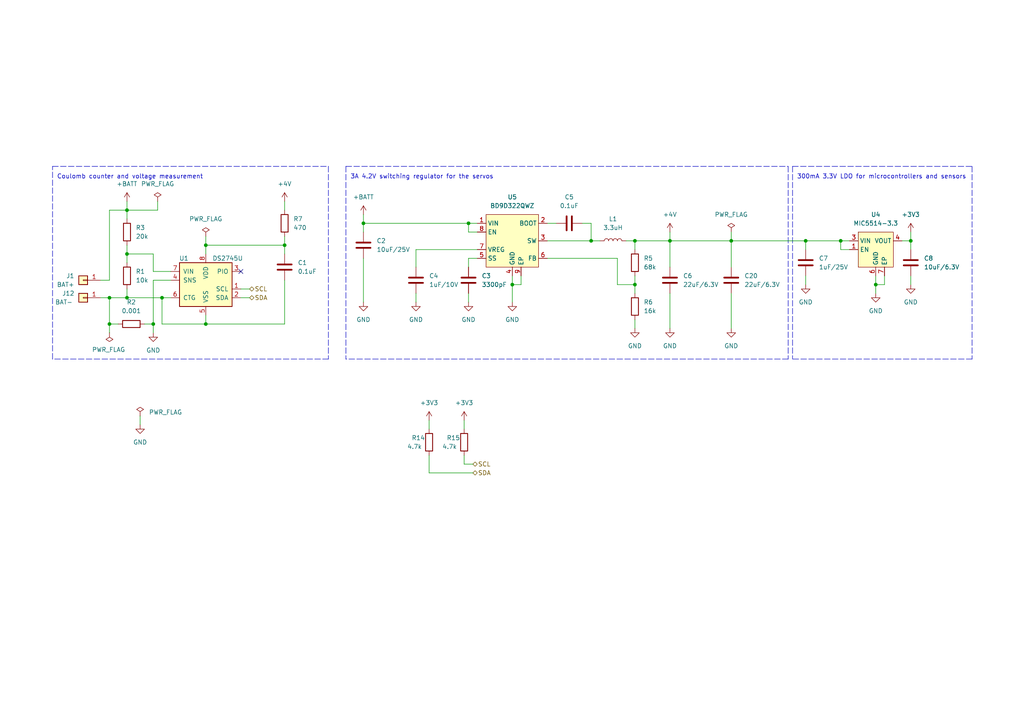
<source format=kicad_sch>
(kicad_sch (version 20210621) (generator eeschema)
  (paper "A4")
  (lib_symbols
    (symbol "Battery_Management:DS2745U" (pin_names (offset 1.016))
      (property "Reference" "U" (at -6.096 6.604 0))
      (property "Value" "DS2745U" (at 1.27 6.604 0))
      (symbol "DS2745U_0_1"
        (rectangle (start -7.62 5.08) (end 7.62 -7.62) (stroke (width 0.254)) (fill (type background)))
      )
      (symbol "DS2745U_1_1"
        (pin input line (at -10.16 -2.54 0) (length 2.54) (name "SCL") (number "1"))
        (pin bidirectional line (at -10.16 -5.08 0) (length 2.54) (name "SDA") (number "2"))
        (pin open_collector line (at -10.16 2.54 0) (length 2.54) (name "PIO") (number "3"))
        (pin input line (at 10.16 0 180) (length 2.54) (name "SNS") (number "4"))
        (pin power_in line (at 0 -10.16 90) (length 2.54) (name "VSS") (number "5"))
        (pin input line (at 10.16 -5.08 180) (length 2.54) (name "CTG") (number "6"))
        (pin input line (at 10.16 2.54 180) (length 2.54) (name "VIN") (number "7"))
        (pin power_in line (at 0 7.62 270) (length 2.54) (name "VDD") (number "8"))
      )
    )
    (symbol "Connector_Generic:Conn_01x01" (pin_names (offset 1.016) hide)
      (property "Reference" "J" (at 0 2.54 0))
      (property "Value" "Conn_01x01" (at 0 -2.54 0))
      (symbol "Conn_01x01_1_1"
        (rectangle (start -1.27 0.127) (end 0 -0.127) (stroke (width 0.1524)))
        (rectangle (start -1.27 1.27) (end 1.27 -1.27) (stroke (width 0.254)) (fill (type background)))
        (pin passive line (at -5.08 0 0) (length 3.81) (name "Pin_1") (number "1"))
      )
    )
    (symbol "Device:C" (pin_numbers hide) (pin_names (offset 0.254))
      (property "Reference" "C" (at 0.635 2.54 0))
      (property "Value" "C" (at 0.635 -2.54 0))
      (symbol "C_0_1"
        (polyline (pts (xy -2.032 -0.762) (xy 2.032 -0.762)) (stroke (width 0.508)))
        (polyline (pts (xy -2.032 0.762) (xy 2.032 0.762)) (stroke (width 0.508)))
      )
      (symbol "C_1_1"
        (pin passive line (at 0 3.81 270) (length 2.794) (name "~") (number "1"))
        (pin passive line (at 0 -3.81 90) (length 2.794) (name "~") (number "2"))
      )
    )
    (symbol "Device:L" (pin_numbers hide) (pin_names (offset 1.016) hide)
      (property "Reference" "L" (at -1.27 0 90))
      (property "Value" "L" (at 1.905 0 90))
      (symbol "L_0_1"
        (arc (start 0 -2.54) (end 0 -1.27) (radius (at 0 -1.905) (length 0.635) (angles -89.9 89.9)))
        (arc (start 0 -1.27) (end 0 0) (radius (at 0 -0.635) (length 0.635) (angles -89.9 89.9)))
        (arc (start 0 0) (end 0 1.27) (radius (at 0 0.635) (length 0.635) (angles -89.9 89.9)))
        (arc (start 0 1.27) (end 0 2.54) (radius (at 0 1.905) (length 0.635) (angles -89.9 89.9)))
      )
      (symbol "L_1_1"
        (pin passive line (at 0 3.81 270) (length 1.27) (name "1") (number "1"))
        (pin passive line (at 0 -3.81 90) (length 1.27) (name "2") (number "2"))
      )
    )
    (symbol "Device:R" (pin_numbers hide) (pin_names (offset 0))
      (property "Reference" "R" (at 2.032 0 90))
      (property "Value" "R" (at 0 0 90))
      (symbol "R_0_1"
        (rectangle (start -1.016 -2.54) (end 1.016 2.54) (stroke (width 0.254)))
      )
      (symbol "R_1_1"
        (pin passive line (at 0 3.81 270) (length 1.27) (name "~") (number "1"))
        (pin passive line (at 0 -3.81 90) (length 1.27) (name "~") (number "2"))
      )
    )
    (symbol "flightcontroller-symbols:BD9D322QWZ"
      (property "Reference" "U" (at -6.35 8.89 0))
      (property "Value" "BD9D322QWZ" (at 3.81 8.89 0))
      (symbol "BD9D322QWZ_0_1"
        (rectangle (start -7.62 7.62) (end 7.62 -7.62) (stroke (width 0.1524)) (fill (type background)))
      )
      (symbol "BD9D322QWZ_1_1"
        (pin power_in line (at -10.16 5.08 0) (length 2.54) (name "VIN") (number "1"))
        (pin passive line (at 10.16 5.08 180) (length 2.54) (name "BOOT") (number "2"))
        (pin output line (at 10.16 0 180) (length 2.54) (name "SW") (number "3"))
        (pin power_in line (at 0 -10.16 90) (length 2.54) (name "GND") (number "4"))
        (pin passive line (at -10.16 -5.08 0) (length 2.54) (name "SS") (number "5"))
        (pin input line (at 10.16 -5.08 180) (length 2.54) (name "FB") (number "6"))
        (pin power_out line (at -10.16 -2.54 0) (length 2.54) (name "VREG") (number "7"))
        (pin input line (at -10.16 2.54 0) (length 2.54) (name "EN") (number "8"))
        (pin input line (at 2.54 -10.16 90) (length 2.54) (name "EP") (number "9"))
      )
    )
    (symbol "flightcontroller-symbols:MIC5514-3.3"
      (property "Reference" "U" (at -3.81 6.35 0))
      (property "Value" "MIC5514-3.3" (at 5.08 6.35 0))
      (symbol "MIC5514-3.3_0_1"
        (rectangle (start -5.08 5.08) (end 5.08 -5.08) (stroke (width 0.1524)) (fill (type background)))
      )
      (symbol "MIC5514-3.3_1_1"
        (pin input line (at -7.62 0 0) (length 2.54) (name "EN") (number "1"))
        (pin no_connect line (at 7.62 -2.54 180) (length 2.54) hide (name "NC") (number "2"))
        (pin power_in line (at -7.62 2.54 0) (length 2.54) (name "VIN") (number "3"))
        (pin power_out line (at 7.62 2.54 180) (length 2.54) (name "VOUT") (number "4"))
        (pin no_connect line (at 7.62 0 180) (length 2.54) hide (name "NC") (number "5"))
        (pin power_in line (at 0 -7.62 90) (length 2.54) (name "GND") (number "6"))
        (pin passive line (at 2.54 -7.62 90) (length 2.54) (name "EP") (number "7"))
      )
    )
    (symbol "power:+3.3V" (power) (pin_names (offset 0))
      (property "Value" "+3.3V" (at 0 3.556 0))
      (symbol "+3.3V_0_1"
        (polyline (pts (xy -0.762 1.27) (xy 0 2.54)))
        (polyline (pts (xy 0 0) (xy 0 2.54)))
        (polyline (pts (xy 0 2.54) (xy 0.762 1.27)))
      )
      (symbol "+3.3V_1_1"
        (pin power_in line (at 0 0 90) (length 0) hide (name "+3V3") (number "1"))
      )
    )
    (symbol "power:+4V" (power) (pin_names (offset 0))
      (property "Value" "+4V" (at 0 3.556 0))
      (symbol "+4V_0_1"
        (polyline (pts (xy -0.762 1.27) (xy 0 2.54)))
        (polyline (pts (xy 0 0) (xy 0 2.54)))
        (polyline (pts (xy 0 2.54) (xy 0.762 1.27)))
      )
      (symbol "+4V_1_1"
        (pin power_in line (at 0 0 90) (length 0) hide (name "+4V") (number "1"))
      )
    )
    (symbol "power:+BATT" (power) (pin_names (offset 0))
      (property "Value" "+BATT" (at 0 3.556 0))
      (symbol "+BATT_0_1"
        (polyline (pts (xy -0.762 1.27) (xy 0 2.54)))
        (polyline (pts (xy 0 0) (xy 0 2.54)))
        (polyline (pts (xy 0 2.54) (xy 0.762 1.27)))
      )
      (symbol "+BATT_1_1"
        (pin power_in line (at 0 0 90) (length 0) hide (name "+BATT") (number "1"))
      )
    )
    (symbol "power:GND" (power) (pin_names (offset 0))
      (property "Value" "GND" (at 0 -3.81 0))
      (symbol "GND_0_1"
        (polyline (pts (xy 0 0) (xy 0 -1.27) (xy 1.27 -1.27) (xy 0 -2.54) (xy -1.27 -1.27) (xy 0 -1.27)))
      )
      (symbol "GND_1_1"
        (pin power_in line (at 0 0 270) (length 0) hide (name "GND") (number "1"))
      )
    )
    (symbol "power:PWR_FLAG" (power) (pin_numbers hide) (pin_names (offset 0) hide)
      (property "Value" "PWR_FLAG" (at 0 3.81 0))
      (symbol "PWR_FLAG_0_0"
        (pin power_out line (at 0 0 90) (length 0) (name "pwr") (number "1"))
      )
      (symbol "PWR_FLAG_0_1"
        (polyline (pts (xy 0 0) (xy 0 1.27) (xy -1.016 1.905) (xy 0 2.54) (xy 1.016 1.905) (xy 0 1.27)))
      )
    )
  )
  (junction (at 31.75 86.36) (diameter 0.9144))
  (junction (at 31.75 93.98) (diameter 0.9144))
  (junction (at 36.83 60.96) (diameter 0.9144))
  (junction (at 36.83 73.66) (diameter 0.9144))
  (junction (at 36.83 86.36) (diameter 0.9144))
  (junction (at 44.45 93.98) (diameter 0.9144))
  (junction (at 46.99 86.36) (diameter 0.9144))
  (junction (at 59.69 71.12) (diameter 0.9144))
  (junction (at 59.69 93.98) (diameter 0.9144))
  (junction (at 82.55 71.12) (diameter 0.9144))
  (junction (at 105.41 64.77) (diameter 0.9144))
  (junction (at 135.89 64.77) (diameter 0.9144))
  (junction (at 148.59 82.55) (diameter 0.9144))
  (junction (at 171.45 69.85) (diameter 0.9144))
  (junction (at 184.15 69.85) (diameter 0.9144))
  (junction (at 184.15 82.55) (diameter 0.9144))
  (junction (at 194.31 69.85) (diameter 0.9144))
  (junction (at 212.09 69.85) (diameter 0.9144))
  (junction (at 233.68 69.85) (diameter 0.9144))
  (junction (at 243.84 69.85) (diameter 0.9144))
  (junction (at 254 82.55) (diameter 0.9144))
  (junction (at 264.16 69.85) (diameter 0.9144))
  (no_connect (at 69.85 78.74))
  (wire (pts (xy 29.21 81.28) (xy 31.75 81.28)))
  (wire (pts (xy 29.21 86.36) (xy 31.75 86.36)))
  (wire (pts (xy 31.75 60.96) (xy 36.83 60.96)))
  (wire (pts (xy 31.75 81.28) (xy 31.75 60.96)))
  (wire (pts (xy 31.75 86.36) (xy 31.75 93.98)))
  (wire (pts (xy 31.75 86.36) (xy 36.83 86.36)))
  (wire (pts (xy 31.75 93.98) (xy 31.75 96.52)))
  (wire (pts (xy 31.75 93.98) (xy 34.29 93.98)))
  (wire (pts (xy 36.83 58.42) (xy 36.83 60.96)))
  (wire (pts (xy 36.83 63.5) (xy 36.83 60.96)))
  (wire (pts (xy 36.83 71.12) (xy 36.83 73.66)))
  (wire (pts (xy 36.83 73.66) (xy 36.83 76.2)))
  (wire (pts (xy 36.83 83.82) (xy 36.83 86.36)))
  (wire (pts (xy 36.83 86.36) (xy 46.99 86.36)))
  (wire (pts (xy 40.64 120.65) (xy 40.64 123.19)))
  (wire (pts (xy 41.91 93.98) (xy 44.45 93.98)))
  (wire (pts (xy 44.45 73.66) (xy 36.83 73.66)))
  (wire (pts (xy 44.45 78.74) (xy 44.45 73.66)))
  (wire (pts (xy 44.45 81.28) (xy 44.45 93.98)))
  (wire (pts (xy 44.45 93.98) (xy 44.45 96.52)))
  (wire (pts (xy 45.72 58.42) (xy 45.72 60.96)))
  (wire (pts (xy 45.72 60.96) (xy 36.83 60.96)))
  (wire (pts (xy 46.99 86.36) (xy 49.53 86.36)))
  (wire (pts (xy 46.99 93.98) (xy 46.99 86.36)))
  (wire (pts (xy 49.53 78.74) (xy 44.45 78.74)))
  (wire (pts (xy 49.53 81.28) (xy 44.45 81.28)))
  (wire (pts (xy 59.69 68.58) (xy 59.69 71.12)))
  (wire (pts (xy 59.69 73.66) (xy 59.69 71.12)))
  (wire (pts (xy 59.69 91.44) (xy 59.69 93.98)))
  (wire (pts (xy 59.69 93.98) (xy 46.99 93.98)))
  (wire (pts (xy 69.85 83.82) (xy 72.39 83.82)))
  (wire (pts (xy 69.85 86.36) (xy 72.39 86.36)))
  (wire (pts (xy 82.55 58.42) (xy 82.55 60.96)))
  (wire (pts (xy 82.55 68.58) (xy 82.55 71.12)))
  (wire (pts (xy 82.55 71.12) (xy 59.69 71.12)))
  (wire (pts (xy 82.55 73.66) (xy 82.55 71.12)))
  (wire (pts (xy 82.55 81.28) (xy 82.55 93.98)))
  (wire (pts (xy 82.55 93.98) (xy 59.69 93.98)))
  (wire (pts (xy 105.41 62.23) (xy 105.41 64.77)))
  (wire (pts (xy 105.41 64.77) (xy 105.41 67.31)))
  (wire (pts (xy 105.41 64.77) (xy 135.89 64.77)))
  (wire (pts (xy 105.41 74.93) (xy 105.41 87.63)))
  (wire (pts (xy 120.65 72.39) (xy 138.43 72.39)))
  (wire (pts (xy 120.65 77.47) (xy 120.65 72.39)))
  (wire (pts (xy 120.65 85.09) (xy 120.65 87.63)))
  (wire (pts (xy 124.46 121.92) (xy 124.46 124.46)))
  (wire (pts (xy 124.46 137.16) (xy 124.46 132.08)))
  (wire (pts (xy 134.62 121.92) (xy 134.62 124.46)))
  (wire (pts (xy 134.62 134.62) (xy 134.62 132.08)))
  (wire (pts (xy 135.89 64.77) (xy 138.43 64.77)))
  (wire (pts (xy 135.89 67.31) (xy 135.89 64.77)))
  (wire (pts (xy 135.89 74.93) (xy 135.89 77.47)))
  (wire (pts (xy 135.89 85.09) (xy 135.89 87.63)))
  (wire (pts (xy 137.16 134.62) (xy 134.62 134.62)))
  (wire (pts (xy 137.16 137.16) (xy 124.46 137.16)))
  (wire (pts (xy 138.43 67.31) (xy 135.89 67.31)))
  (wire (pts (xy 138.43 74.93) (xy 135.89 74.93)))
  (wire (pts (xy 148.59 80.01) (xy 148.59 82.55)))
  (wire (pts (xy 148.59 82.55) (xy 148.59 87.63)))
  (wire (pts (xy 151.13 80.01) (xy 151.13 82.55)))
  (wire (pts (xy 151.13 82.55) (xy 148.59 82.55)))
  (wire (pts (xy 158.75 64.77) (xy 161.29 64.77)))
  (wire (pts (xy 158.75 69.85) (xy 171.45 69.85)))
  (wire (pts (xy 158.75 74.93) (xy 179.07 74.93)))
  (wire (pts (xy 168.91 64.77) (xy 171.45 64.77)))
  (wire (pts (xy 171.45 64.77) (xy 171.45 69.85)))
  (wire (pts (xy 171.45 69.85) (xy 173.99 69.85)))
  (wire (pts (xy 179.07 74.93) (xy 179.07 82.55)))
  (wire (pts (xy 179.07 82.55) (xy 184.15 82.55)))
  (wire (pts (xy 181.61 69.85) (xy 184.15 69.85)))
  (wire (pts (xy 184.15 69.85) (xy 184.15 72.39)))
  (wire (pts (xy 184.15 80.01) (xy 184.15 82.55)))
  (wire (pts (xy 184.15 82.55) (xy 184.15 85.09)))
  (wire (pts (xy 184.15 92.71) (xy 184.15 95.25)))
  (wire (pts (xy 194.31 67.31) (xy 194.31 69.85)))
  (wire (pts (xy 194.31 69.85) (xy 184.15 69.85)))
  (wire (pts (xy 194.31 69.85) (xy 212.09 69.85)))
  (wire (pts (xy 194.31 77.47) (xy 194.31 69.85)))
  (wire (pts (xy 194.31 85.09) (xy 194.31 95.25)))
  (wire (pts (xy 212.09 67.31) (xy 212.09 69.85)))
  (wire (pts (xy 212.09 69.85) (xy 233.68 69.85)))
  (wire (pts (xy 212.09 77.47) (xy 212.09 69.85)))
  (wire (pts (xy 212.09 85.09) (xy 212.09 95.25)))
  (wire (pts (xy 233.68 69.85) (xy 243.84 69.85)))
  (wire (pts (xy 233.68 72.39) (xy 233.68 69.85)))
  (wire (pts (xy 233.68 80.01) (xy 233.68 82.55)))
  (wire (pts (xy 243.84 69.85) (xy 246.38 69.85)))
  (wire (pts (xy 243.84 72.39) (xy 243.84 69.85)))
  (wire (pts (xy 246.38 72.39) (xy 243.84 72.39)))
  (wire (pts (xy 254 80.01) (xy 254 82.55)))
  (wire (pts (xy 254 82.55) (xy 254 85.09)))
  (wire (pts (xy 256.54 80.01) (xy 256.54 82.55)))
  (wire (pts (xy 256.54 82.55) (xy 254 82.55)))
  (wire (pts (xy 261.62 69.85) (xy 264.16 69.85)))
  (wire (pts (xy 264.16 67.31) (xy 264.16 69.85)))
  (wire (pts (xy 264.16 69.85) (xy 264.16 72.39)))
  (wire (pts (xy 264.16 80.01) (xy 264.16 82.55)))
  (polyline (pts (xy 15.24 48.26) (xy 95.25 48.26)) (stroke (width 0) (type dash)))
  (polyline (pts (xy 15.24 104.14) (xy 15.24 48.26)) (stroke (width 0) (type dash)))
  (polyline (pts (xy 95.25 48.26) (xy 95.25 104.14)) (stroke (width 0) (type dash)))
  (polyline (pts (xy 95.25 104.14) (xy 15.24 104.14)) (stroke (width 0) (type dash)))
  (polyline (pts (xy 100.33 48.26) (xy 100.33 104.14)) (stroke (width 0) (type dash)))
  (polyline (pts (xy 100.33 48.26) (xy 228.6 48.26)) (stroke (width 0) (type dash)))
  (polyline (pts (xy 228.6 48.26) (xy 228.6 104.14)) (stroke (width 0) (type dash)))
  (polyline (pts (xy 228.6 104.14) (xy 100.33 104.14)) (stroke (width 0) (type dash)))
  (polyline (pts (xy 229.87 48.26) (xy 229.87 104.14)) (stroke (width 0) (type dash)))
  (polyline (pts (xy 229.87 48.26) (xy 281.94 48.26)) (stroke (width 0) (type dash)))
  (polyline (pts (xy 281.94 48.26) (xy 281.94 104.14)) (stroke (width 0) (type dash)))
  (polyline (pts (xy 281.94 104.14) (xy 229.87 104.14)) (stroke (width 0) (type dash)))
  (text "Coulomb counter and voltage measurement" (at 16.51 52.07 0) (effects (font (size 1.27 1.27)) (justify left bottom)))
  (text "3A 4.2V switching regulator for the servos" (at 101.6 52.07 0) (effects (font (size 1.27 1.27)) (justify left bottom)))
  (text "300mA 3.3V LDO for microcontrollers and sensors" (at 231.14 52.07 0) (effects (font (size 1.27 1.27)) (justify left bottom)))
  (hierarchical_label "SCL" (shape bidirectional) (at 72.39 83.82 0))
  (hierarchical_label "SDA" (shape bidirectional) (at 72.39 86.36 0))
  (hierarchical_label "SCL" (shape bidirectional) (at 137.16 134.62 0))
  (hierarchical_label "SDA" (shape bidirectional) (at 137.16 137.16 0))
  (symbol (lib_id "power:+BATT") (at 36.83 58.42 0) (unit 1)
    (property "Reference" "#PWR0101" (effects hide))
    (property "Value" "+BATT" (at 36.83 53.34 0))
  )
  (symbol (lib_id "power:+4V") (at 82.55 58.42 0) (unit 1)
    (property "Reference" "#PWR0117" (effects hide))
    (property "Value" "+4V" (at 82.55 53.34 0))
  )
  (symbol (lib_id "power:+BATT") (at 105.41 62.23 0) (unit 1)
    (property "Reference" "#PWR0107" (effects hide))
    (property "Value" "+BATT" (at 105.41 57.15 0))
  )
  (symbol (lib_id "power:+3.3V") (at 124.46 121.92 0) (unit 1)
    (property "Reference" "#PWR018" (effects hide))
    (property "Value" "+3.3V" (at 124.46 116.84 0))
  )
  (symbol (lib_id "power:+3.3V") (at 134.62 121.92 0) (unit 1)
    (property "Reference" "#PWR019" (effects hide))
    (property "Value" "+3.3V" (at 134.62 116.84 0))
  )
  (symbol (lib_id "power:+4V") (at 194.31 67.31 0) (unit 1)
    (property "Reference" "#PWR0110" (effects hide))
    (property "Value" "+4V" (at 194.31 62.23 0))
  )
  (symbol (lib_id "power:+3.3V") (at 264.16 67.31 0) (unit 1)
    (property "Reference" "#PWR0116" (effects hide))
    (property "Value" "+3.3V" (at 264.16 62.23 0))
  )
  (symbol (lib_id "power:PWR_FLAG") (at 31.75 96.52 180) (unit 1)
    (property "Reference" "#FLG0104" (effects hide))
    (property "Value" "PWR_FLAG" (at 26.67 101.4094 0) (effects (justify right)))
  )
  (symbol (lib_id "power:PWR_FLAG") (at 40.64 120.65 0) (unit 1)
    (property "Reference" "#FLG0102" (effects hide))
    (property "Value" "PWR_FLAG" (at 43.18 119.5704 0) (effects (justify left)))
  )
  (symbol (lib_id "power:PWR_FLAG") (at 45.72 58.42 0) (unit 1)
    (property "Reference" "#FLG0101" (effects hide))
    (property "Value" "PWR_FLAG" (at 45.72 53.34 0))
  )
  (symbol (lib_id "power:PWR_FLAG") (at 59.69 68.58 0) (unit 1)
    (property "Reference" "#FLG0105" (effects hide))
    (property "Value" "PWR_FLAG" (at 59.69 63.5 0))
  )
  (symbol (lib_id "power:PWR_FLAG") (at 212.09 67.31 0) (unit 1)
    (property "Reference" "#FLG0103" (effects hide))
    (property "Value" "PWR_FLAG" (at 212.09 62.23 0))
  )
  (symbol (lib_id "power:GND") (at 40.64 123.19 0) (unit 1)
    (property "Reference" "#PWR0149" (effects hide))
    (property "Value" "GND" (at 40.64 128.27 0))
  )
  (symbol (lib_id "power:GND") (at 44.45 96.52 0) (unit 1)
    (property "Reference" "#PWR0102" (effects hide))
    (property "Value" "GND" (at 44.45 101.6 0))
  )
  (symbol (lib_id "power:GND") (at 105.41 87.63 0) (unit 1)
    (property "Reference" "#PWR0106" (effects hide))
    (property "Value" "GND" (at 105.41 92.71 0))
  )
  (symbol (lib_id "power:GND") (at 120.65 87.63 0) (unit 1)
    (property "Reference" "#PWR0105" (effects hide))
    (property "Value" "GND" (at 120.65 92.71 0))
  )
  (symbol (lib_id "power:GND") (at 135.89 87.63 0) (unit 1)
    (property "Reference" "#PWR0108" (effects hide))
    (property "Value" "GND" (at 135.89 92.71 0))
  )
  (symbol (lib_id "power:GND") (at 148.59 87.63 0) (unit 1)
    (property "Reference" "#PWR0109" (effects hide))
    (property "Value" "GND" (at 148.59 92.71 0))
  )
  (symbol (lib_id "power:GND") (at 184.15 95.25 0) (unit 1)
    (property "Reference" "#PWR0111" (effects hide))
    (property "Value" "GND" (at 184.15 100.33 0))
  )
  (symbol (lib_id "power:GND") (at 194.31 95.25 0) (unit 1)
    (property "Reference" "#PWR0112" (effects hide))
    (property "Value" "GND" (at 194.31 100.33 0))
  )
  (symbol (lib_id "power:GND") (at 212.09 95.25 0) (unit 1)
    (property "Reference" "#PWR01" (effects hide))
    (property "Value" "GND" (at 212.09 100.33 0))
  )
  (symbol (lib_id "power:GND") (at 233.68 82.55 0) (unit 1)
    (property "Reference" "#PWR0113" (effects hide))
    (property "Value" "GND" (at 233.68 87.63 0))
  )
  (symbol (lib_id "power:GND") (at 254 85.09 0) (unit 1)
    (property "Reference" "#PWR0114" (effects hide))
    (property "Value" "GND" (at 254 90.17 0))
  )
  (symbol (lib_id "power:GND") (at 264.16 82.55 0) (unit 1)
    (property "Reference" "#PWR0115" (effects hide))
    (property "Value" "GND" (at 264.16 87.63 0))
  )
  (symbol (lib_id "Device:L") (at 177.8 69.85 90) (unit 1)
    (property "Reference" "L1" (at 177.8 63.5 90))
    (property "Value" "3.3uH" (at 177.8 66.04 90))
    (property "Footprint" "flightcontroller-footprints:L_AVX_LMLP0506D" (effects hide))
    (property "Digikey" "478-LMLP0506M3R3DTASCT-ND" (effects hide))
    (property "Mouser" "581-LMLP0506M3R3DTAS" (effects hide))
  )
  (symbol (lib_id "Connector_Generic:Conn_01x01") (at 24.13 81.28 0) (mirror y) (unit 1)
    (property "Reference" "J1" (at 21.59 80.0099 0) (effects (justify left)))
    (property "Value" "BAT+" (at 21.59 82.5499 0) (effects (justify left)))
    (property "Footprint" "TestPoint:TestPoint_Pad_4.0x4.0mm" (effects hide))
  )
  (symbol (lib_id "Connector_Generic:Conn_01x01") (at 24.13 86.36 0) (mirror y) (unit 1)
    (property "Reference" "J12" (at 19.812 85.09 0))
    (property "Value" "BAT-" (at 18.542 87.63 0))
    (property "Footprint" "TestPoint:TestPoint_Pad_4.0x4.0mm" (effects hide))
  )
  (symbol (lib_id "Device:R") (at 36.83 67.31 180) (unit 1)
    (property "Reference" "R3" (at 39.37 66.0399 0) (effects (justify right)))
    (property "Value" "20k" (at 39.37 68.5799 0) (effects (justify right)))
    (property "Footprint" "Resistor_SMD:R_0402_1005Metric" (effects hide))
  )
  (symbol (lib_id "Device:R") (at 36.83 80.01 180) (unit 1)
    (property "Reference" "R1" (at 39.37 78.7399 0) (effects (justify right)))
    (property "Value" "10k" (at 39.37 81.2799 0) (effects (justify right)))
    (property "Footprint" "Resistor_SMD:R_0402_1005Metric" (effects hide))
  )
  (symbol (lib_id "Device:R") (at 38.1 93.98 90) (unit 1)
    (property "Reference" "R2" (at 38.1 87.63 90))
    (property "Value" "0.001" (at 38.1 90.17 90))
    (property "Footprint" "Resistor_SMD:R_2512_6332Metric" (effects hide))
    (property "Mouser" " 66-ULRB2R001FLFSLT" (effects hide))
  )
  (symbol (lib_id "Device:R") (at 82.55 64.77 180) (unit 1)
    (property "Reference" "R7" (at 85.09 63.4999 0) (effects (justify right)))
    (property "Value" "470" (at 85.09 66.0399 0) (effects (justify right)))
    (property "Footprint" "Resistor_SMD:R_0402_1005Metric" (effects hide))
  )
  (symbol (lib_id "Device:R") (at 124.46 128.27 0) (unit 1)
    (property "Reference" "R14" (at 119.38 126.9999 0) (effects (justify left)))
    (property "Value" "4.7k" (at 118.11 129.5399 0) (effects (justify left)))
    (property "Footprint" "Resistor_SMD:R_0402_1005Metric" (effects hide))
  )
  (symbol (lib_id "Device:R") (at 134.62 128.27 0) (unit 1)
    (property "Reference" "R15" (at 129.54 126.9999 0) (effects (justify left)))
    (property "Value" "4.7k" (at 128.27 129.5399 0) (effects (justify left)))
    (property "Footprint" "Resistor_SMD:R_0402_1005Metric" (effects hide))
  )
  (symbol (lib_id "Device:R") (at 184.15 76.2 0) (unit 1)
    (property "Reference" "R5" (at 186.69 74.9299 0) (effects (justify left)))
    (property "Value" "68k" (at 186.69 77.4699 0) (effects (justify left)))
    (property "Footprint" "Resistor_SMD:R_0402_1005Metric" (effects hide))
  )
  (symbol (lib_id "Device:R") (at 184.15 88.9 0) (unit 1)
    (property "Reference" "R6" (at 186.69 87.6299 0) (effects (justify left)))
    (property "Value" "16k" (at 186.69 90.1699 0) (effects (justify left)))
    (property "Footprint" "Resistor_SMD:R_0402_1005Metric" (effects hide))
  )
  (symbol (lib_id "Device:C") (at 82.55 77.47 0) (unit 1)
    (property "Reference" "C1" (at 86.36 76.1999 0) (effects (justify left)))
    (property "Value" "0.1uF" (at 86.36 78.7399 0) (effects (justify left)))
    (property "Footprint" "Capacitor_SMD:C_0402_1005Metric" (effects hide))
    (property "Mouser" "81-GRM155R71H104KE4D" (effects hide))
  )
  (symbol (lib_id "Device:C") (at 105.41 71.12 180) (unit 1)
    (property "Reference" "C2" (at 109.22 69.8499 0) (effects (justify right)))
    (property "Value" "10uF/25V" (at 109.22 72.3899 0) (effects (justify right)))
    (property "Footprint" "Capacitor_SMD:C_0805_2012Metric" (effects hide))
    (property "Mouser" "187-CL21A106KAYNNNG" (effects hide))
  )
  (symbol (lib_id "Device:C") (at 120.65 81.28 0) (unit 1)
    (property "Reference" "C4" (at 124.46 80.0099 0) (effects (justify left)))
    (property "Value" "1uF/10V" (at 124.46 82.5499 0) (effects (justify left)))
    (property "Footprint" "Capacitor_SMD:C_0402_1005Metric" (effects hide))
    (property "Mouser" "81-GRM155R61E105MA2D" (effects hide))
  )
  (symbol (lib_id "Device:C") (at 135.89 81.28 0) (unit 1)
    (property "Reference" "C3" (at 139.7 80.0099 0) (effects (justify left)))
    (property "Value" "3300pF" (at 139.7 82.5499 0) (effects (justify left)))
    (property "Footprint" "Capacitor_SMD:C_0402_1005Metric" (effects hide))
    (property "Mouser" "81-GCM155R71H332KA7J" (effects hide))
  )
  (symbol (lib_id "Device:C") (at 165.1 64.77 90) (unit 1)
    (property "Reference" "C5" (at 165.1 57.15 90))
    (property "Value" "0.1uF" (at 165.1 59.69 90))
    (property "Footprint" "Capacitor_SMD:C_0402_1005Metric" (effects hide))
    (property "Mouser" "81-GRM155R71H104KE4D" (effects hide))
  )
  (symbol (lib_id "Device:C") (at 194.31 81.28 180) (unit 1)
    (property "Reference" "C6" (at 198.12 80.0099 0) (effects (justify right)))
    (property "Value" "22uF/6.3V" (at 198.12 82.5499 0) (effects (justify right)))
    (property "Footprint" "Capacitor_SMD:C_0805_2012Metric" (effects hide))
    (property "Mouser" "187-CL21A226MQQNNNG" (effects hide))
  )
  (symbol (lib_id "Device:C") (at 212.09 81.28 180) (unit 1)
    (property "Reference" "C20" (at 215.9 80.0099 0) (effects (justify right)))
    (property "Value" "22uF/6.3V" (at 215.9 82.5499 0) (effects (justify right)))
    (property "Footprint" "Capacitor_SMD:C_0805_2012Metric" (effects hide))
    (property "Mouser" "187-CL21A226MQQNNNG" (effects hide))
  )
  (symbol (lib_id "Device:C") (at 233.68 76.2 0) (unit 1)
    (property "Reference" "C7" (at 237.49 74.9299 0) (effects (justify left)))
    (property "Value" "1uF/25V" (at 237.49 77.4699 0) (effects (justify left)))
    (property "Footprint" "Capacitor_SMD:C_0402_1005Metric" (effects hide))
    (property "Mouser" "81-GRM155R61E105MA2D" (effects hide))
  )
  (symbol (lib_id "Device:C") (at 264.16 76.2 180) (unit 1)
    (property "Reference" "C8" (at 267.97 74.9299 0) (effects (justify right)))
    (property "Value" "10uF/6.3V" (at 267.97 77.4699 0) (effects (justify right)))
    (property "Footprint" "Capacitor_SMD:C_0402_1005Metric" (effects hide))
    (property "Mouser" "81-GRM155R60J106M05D" (effects hide))
  )
  (symbol (lib_id "flightcontroller-symbols:MIC5514-3.3") (at 254 72.39 0) (unit 1)
    (property "Reference" "U4" (at 254 62.23 0))
    (property "Value" "MIC5514-3.3" (at 254 64.77 0))
    (property "Footprint" "Package_DFN_QFN:MLF-6-1EP_1.6x1.6mm_P0.5mm_EP0.5x1.26mm" (effects hide))
    (property "Digikey" "576-4433-1-ND" (effects hide))
    (property "Mouser" "998-MIC5514-3.3YMTTR" (effects hide))
  )
  (symbol (lib_id "flightcontroller-symbols:BD9D322QWZ") (at 148.59 69.85 0) (unit 1)
    (property "Reference" "U5" (at 148.59 57.15 0))
    (property "Value" "BD9D322QWZ" (at 148.59 59.69 0))
    (property "Footprint" "flightcontroller-footprints:Rohm_BD9D322QWZ" (effects hide))
    (property "Digikey" "BD9D322QWZ-E2CT-ND" (effects hide))
    (property "Mouser" "755-BD9D322QWZ-E2" (effects hide))
  )
  (symbol (lib_id "Battery_Management:DS2745U") (at 59.69 81.28 0) (mirror y) (unit 1)
    (property "Reference" "U1" (at 53.34 74.93 0))
    (property "Value" "DS2745U" (at 66.04 74.93 0))
    (property "Footprint" "Package_SO:TSSOP-8_3x3mm_P0.65mm" (effects hide))
    (property "Datasheet" "https://datasheets.maximintegrated.com/en/ds/DS2745.pdf" (effects hide))
    (property "Digikey" "DS2745U+CT-ND" (effects hide))
    (property "Mouser" "DS2745U+T&R" (effects hide))
  )
)
</source>
